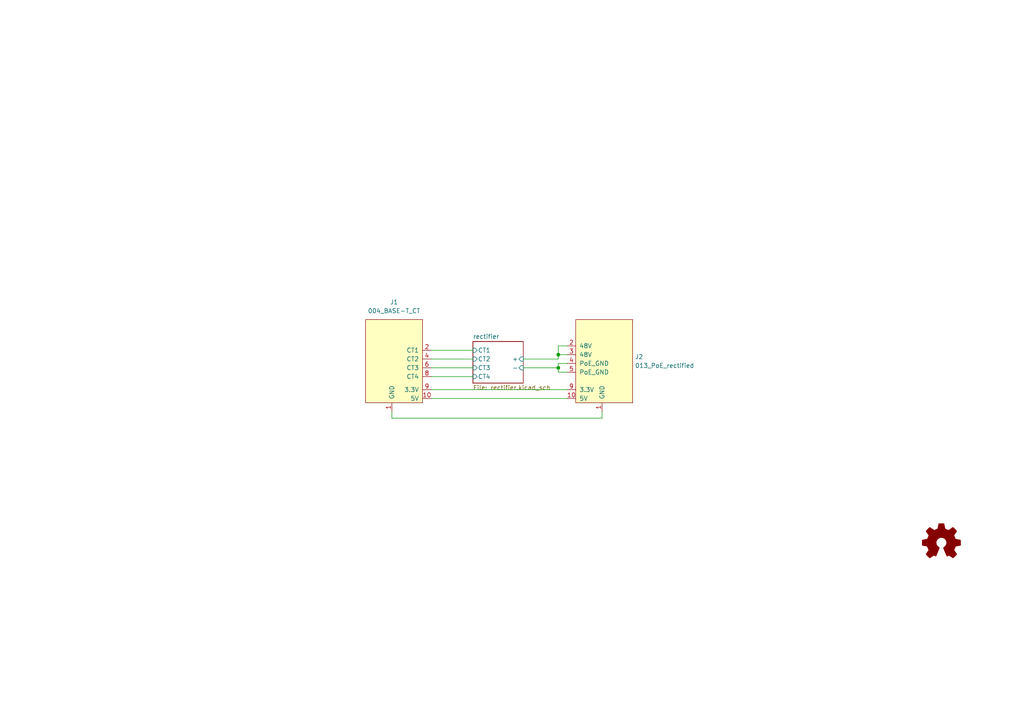
<source format=kicad_sch>
(kicad_sch (version 20230121) (generator eeschema)

  (uuid 57732dd3-1162-4c3f-88bd-31bf473d124d)

  (paper "A4")

  (lib_symbols
    (symbol "Graphic:Logo_Open_Hardware_Small" (pin_names (offset 1.016)) (in_bom yes) (on_board yes)
      (property "Reference" "#LOGO" (at 0 6.985 0)
        (effects (font (size 1.27 1.27)) hide)
      )
      (property "Value" "Logo_Open_Hardware_Small" (at 0 -5.715 0)
        (effects (font (size 1.27 1.27)) hide)
      )
      (property "Footprint" "" (at 0 0 0)
        (effects (font (size 1.27 1.27)) hide)
      )
      (property "Datasheet" "~" (at 0 0 0)
        (effects (font (size 1.27 1.27)) hide)
      )
      (property "ki_keywords" "Logo" (at 0 0 0)
        (effects (font (size 1.27 1.27)) hide)
      )
      (property "ki_description" "Open Hardware logo, small" (at 0 0 0)
        (effects (font (size 1.27 1.27)) hide)
      )
      (symbol "Logo_Open_Hardware_Small_0_1"
        (polyline
          (pts
            (xy 3.3528 -4.3434)
            (xy 3.302 -4.318)
            (xy 3.175 -4.2418)
            (xy 2.9972 -4.1148)
            (xy 2.7686 -3.9624)
            (xy 2.54 -3.81)
            (xy 2.3622 -3.7084)
            (xy 2.2352 -3.6068)
            (xy 2.1844 -3.5814)
            (xy 2.159 -3.6068)
            (xy 2.0574 -3.6576)
            (xy 1.905 -3.7338)
            (xy 1.8034 -3.7846)
            (xy 1.6764 -3.8354)
            (xy 1.6002 -3.8354)
            (xy 1.6002 -3.8354)
            (xy 1.5494 -3.7338)
            (xy 1.4732 -3.5306)
            (xy 1.3462 -3.302)
            (xy 1.2446 -3.0226)
            (xy 1.1176 -2.7178)
            (xy 0.9652 -2.413)
            (xy 0.8636 -2.1082)
            (xy 0.7366 -1.8288)
            (xy 0.6604 -1.6256)
            (xy 0.6096 -1.4732)
            (xy 0.5842 -1.397)
            (xy 0.5842 -1.397)
            (xy 0.6604 -1.3208)
            (xy 0.7874 -1.2446)
            (xy 1.0414 -1.016)
            (xy 1.2954 -0.6858)
            (xy 1.4478 -0.3302)
            (xy 1.524 0.0762)
            (xy 1.4732 0.4572)
            (xy 1.3208 0.8128)
            (xy 1.0668 1.143)
            (xy 0.762 1.3716)
            (xy 0.4064 1.524)
            (xy 0 1.5748)
            (xy -0.381 1.5494)
            (xy -0.7366 1.397)
            (xy -1.0668 1.143)
            (xy -1.2192 0.9906)
            (xy -1.397 0.6604)
            (xy -1.524 0.3048)
            (xy -1.524 0.2286)
            (xy -1.4986 -0.1778)
            (xy -1.397 -0.5334)
            (xy -1.1938 -0.8636)
            (xy -0.9144 -1.143)
            (xy -0.8636 -1.1684)
            (xy -0.7366 -1.27)
            (xy -0.635 -1.3462)
            (xy -0.5842 -1.397)
            (xy -1.0668 -2.5908)
            (xy -1.143 -2.794)
            (xy -1.2954 -3.1242)
            (xy -1.397 -3.4036)
            (xy -1.4986 -3.6322)
            (xy -1.5748 -3.7846)
            (xy -1.6002 -3.8354)
            (xy -1.6002 -3.8354)
            (xy -1.651 -3.8354)
            (xy -1.7272 -3.81)
            (xy -1.905 -3.7338)
            (xy -2.0066 -3.683)
            (xy -2.1336 -3.6068)
            (xy -2.2098 -3.5814)
            (xy -2.2606 -3.6068)
            (xy -2.3622 -3.683)
            (xy -2.54 -3.81)
            (xy -2.7686 -3.9624)
            (xy -2.9718 -4.0894)
            (xy -3.1496 -4.2164)
            (xy -3.302 -4.318)
            (xy -3.3528 -4.3434)
            (xy -3.3782 -4.3434)
            (xy -3.429 -4.318)
            (xy -3.5306 -4.2164)
            (xy -3.7084 -4.064)
            (xy -3.937 -3.8354)
            (xy -3.9624 -3.81)
            (xy -4.1656 -3.6068)
            (xy -4.318 -3.4544)
            (xy -4.4196 -3.3274)
            (xy -4.445 -3.2766)
            (xy -4.445 -3.2766)
            (xy -4.4196 -3.2258)
            (xy -4.318 -3.0734)
            (xy -4.2164 -2.8956)
            (xy -4.064 -2.667)
            (xy -3.6576 -2.0828)
            (xy -3.8862 -1.5494)
            (xy -3.937 -1.3716)
            (xy -4.0386 -1.1684)
            (xy -4.0894 -1.0414)
            (xy -4.1148 -0.9652)
            (xy -4.191 -0.9398)
            (xy -4.318 -0.9144)
            (xy -4.5466 -0.8636)
            (xy -4.8006 -0.8128)
            (xy -5.0546 -0.7874)
            (xy -5.2578 -0.7366)
            (xy -5.4356 -0.7112)
            (xy -5.5118 -0.6858)
            (xy -5.5118 -0.6858)
            (xy -5.5372 -0.635)
            (xy -5.5372 -0.5588)
            (xy -5.5372 -0.4318)
            (xy -5.5626 -0.2286)
            (xy -5.5626 0.0762)
            (xy -5.5626 0.127)
            (xy -5.5372 0.4064)
            (xy -5.5372 0.635)
            (xy -5.5372 0.762)
            (xy -5.5372 0.8382)
            (xy -5.5372 0.8382)
            (xy -5.461 0.8382)
            (xy -5.3086 0.889)
            (xy -5.08 0.9144)
            (xy -4.826 0.9652)
            (xy -4.8006 0.9906)
            (xy -4.5466 1.0414)
            (xy -4.318 1.0668)
            (xy -4.1656 1.1176)
            (xy -4.0894 1.143)
            (xy -4.0894 1.143)
            (xy -4.0386 1.2446)
            (xy -3.9624 1.4224)
            (xy -3.8608 1.6256)
            (xy -3.7846 1.8288)
            (xy -3.7084 2.0066)
            (xy -3.6576 2.159)
            (xy -3.6322 2.2098)
            (xy -3.6322 2.2098)
            (xy -3.683 2.286)
            (xy -3.7592 2.413)
            (xy -3.8862 2.5908)
            (xy -4.064 2.8194)
            (xy -4.064 2.8448)
            (xy -4.2164 3.0734)
            (xy -4.3434 3.2512)
            (xy -4.4196 3.3782)
            (xy -4.445 3.4544)
            (xy -4.445 3.4544)
            (xy -4.3942 3.5052)
            (xy -4.2926 3.6322)
            (xy -4.1148 3.81)
            (xy -3.937 4.0132)
            (xy -3.8608 4.064)
            (xy -3.6576 4.2926)
            (xy -3.5052 4.4196)
            (xy -3.4036 4.4958)
            (xy -3.3528 4.5212)
            (xy -3.3528 4.5212)
            (xy -3.302 4.4704)
            (xy -3.1496 4.3688)
            (xy -2.9718 4.2418)
            (xy -2.7432 4.0894)
            (xy -2.7178 4.0894)
            (xy -2.4892 3.937)
            (xy -2.3114 3.81)
            (xy -2.1844 3.7084)
            (xy -2.1336 3.683)
            (xy -2.1082 3.683)
            (xy -2.032 3.7084)
            (xy -1.8542 3.7592)
            (xy -1.6764 3.8354)
            (xy -1.4732 3.937)
            (xy -1.27 4.0132)
            (xy -1.143 4.064)
            (xy -1.0668 4.1148)
            (xy -1.0668 4.1148)
            (xy -1.0414 4.191)
            (xy -1.016 4.3434)
            (xy -0.9652 4.572)
            (xy -0.9144 4.8514)
            (xy -0.889 4.9022)
            (xy -0.8382 5.1562)
            (xy -0.8128 5.3848)
            (xy -0.7874 5.5372)
            (xy -0.762 5.588)
            (xy -0.7112 5.6134)
            (xy -0.5842 5.6134)
            (xy -0.4064 5.6134)
            (xy -0.1524 5.6134)
            (xy 0.0762 5.6134)
            (xy 0.3302 5.6134)
            (xy 0.5334 5.6134)
            (xy 0.6858 5.588)
            (xy 0.7366 5.588)
            (xy 0.7366 5.588)
            (xy 0.762 5.5118)
            (xy 0.8128 5.334)
            (xy 0.8382 5.1054)
            (xy 0.9144 4.826)
            (xy 0.9144 4.7752)
            (xy 0.9652 4.5212)
            (xy 1.016 4.2926)
            (xy 1.0414 4.1402)
            (xy 1.0668 4.0894)
            (xy 1.0668 4.0894)
            (xy 1.1938 4.0386)
            (xy 1.3716 3.9624)
            (xy 1.5748 3.8608)
            (xy 2.0828 3.6576)
            (xy 2.7178 4.0894)
            (xy 2.7686 4.1402)
            (xy 2.9972 4.2926)
            (xy 3.175 4.4196)
            (xy 3.302 4.4958)
            (xy 3.3782 4.5212)
            (xy 3.3782 4.5212)
            (xy 3.429 4.4704)
            (xy 3.556 4.3434)
            (xy 3.7338 4.191)
            (xy 3.9116 3.9878)
            (xy 4.064 3.8354)
            (xy 4.2418 3.6576)
            (xy 4.3434 3.556)
            (xy 4.4196 3.4798)
            (xy 4.4196 3.429)
            (xy 4.4196 3.4036)
            (xy 4.3942 3.3274)
            (xy 4.2926 3.2004)
            (xy 4.1656 2.9972)
            (xy 4.0132 2.794)
            (xy 3.8862 2.5908)
            (xy 3.7592 2.3876)
            (xy 3.6576 2.2352)
            (xy 3.6322 2.159)
            (xy 3.6322 2.1336)
            (xy 3.683 2.0066)
            (xy 3.7592 1.8288)
            (xy 3.8608 1.6002)
            (xy 4.064 1.1176)
            (xy 4.3942 1.0414)
            (xy 4.5974 1.016)
            (xy 4.8768 0.9652)
            (xy 5.1308 0.9144)
            (xy 5.5372 0.8382)
            (xy 5.5626 -0.6604)
            (xy 5.4864 -0.6858)
            (xy 5.4356 -0.6858)
            (xy 5.2832 -0.7366)
            (xy 5.0546 -0.762)
            (xy 4.8006 -0.8128)
            (xy 4.5974 -0.8636)
            (xy 4.3688 -0.9144)
            (xy 4.2164 -0.9398)
            (xy 4.1402 -0.9398)
            (xy 4.1148 -0.9652)
            (xy 4.064 -1.0668)
            (xy 3.9878 -1.2446)
            (xy 3.9116 -1.4478)
            (xy 3.81 -1.651)
            (xy 3.7338 -1.8542)
            (xy 3.683 -2.0066)
            (xy 3.6576 -2.0828)
            (xy 3.683 -2.1336)
            (xy 3.7846 -2.2606)
            (xy 3.8862 -2.4638)
            (xy 4.0386 -2.667)
            (xy 4.191 -2.8956)
            (xy 4.318 -3.0734)
            (xy 4.3942 -3.2004)
            (xy 4.445 -3.2766)
            (xy 4.4196 -3.3274)
            (xy 4.3434 -3.429)
            (xy 4.1656 -3.5814)
            (xy 3.937 -3.8354)
            (xy 3.8862 -3.8608)
            (xy 3.683 -4.064)
            (xy 3.5306 -4.2164)
            (xy 3.4036 -4.318)
            (xy 3.3528 -4.3434)
          )
          (stroke (width 0) (type default))
          (fill (type outline))
        )
      )
    )
    (symbol "put_on_edge:004_BASE-T_CT" (pin_names (offset 1.016)) (in_bom yes) (on_board yes)
      (property "Reference" "J" (at -2.54 13.97 0)
        (effects (font (size 1.27 1.27)))
      )
      (property "Value" "004_BASE-T_CT" (at 8.89 13.97 0)
        (effects (font (size 1.27 1.27)))
      )
      (property "Footprint" "" (at 7.62 16.51 0)
        (effects (font (size 1.27 1.27)) hide)
      )
      (property "Datasheet" "" (at 7.62 16.51 0)
        (effects (font (size 1.27 1.27)) hide)
      )
      (symbol "004_BASE-T_CT_0_1"
        (rectangle (start -8.89 12.7) (end 7.62 -11.43)
          (stroke (width 0) (type default))
          (fill (type background))
        )
      )
      (symbol "004_BASE-T_CT_1_1"
        (pin power_in line (at 0 -13.97 90) (length 2.54)
          (name "GND" (effects (font (size 1.27 1.27))))
          (number "1" (effects (font (size 1.27 1.27))))
        )
        (pin power_in line (at -11.43 -10.16 0) (length 2.54)
          (name "5V" (effects (font (size 1.27 1.27))))
          (number "10" (effects (font (size 1.27 1.27))))
        )
        (pin bidirectional line (at -11.43 3.81 0) (length 2.54)
          (name "CT1" (effects (font (size 1.27 1.27))))
          (number "2" (effects (font (size 1.27 1.27))))
        )
        (pin bidirectional line (at -11.43 1.27 0) (length 2.54)
          (name "CT2" (effects (font (size 1.27 1.27))))
          (number "4" (effects (font (size 1.27 1.27))))
        )
        (pin bidirectional line (at -11.43 -1.27 0) (length 2.54)
          (name "CT3" (effects (font (size 1.27 1.27))))
          (number "6" (effects (font (size 1.27 1.27))))
        )
        (pin bidirectional line (at -11.43 -3.81 0) (length 2.54)
          (name "CT4" (effects (font (size 1.27 1.27))))
          (number "8" (effects (font (size 1.27 1.27))))
        )
        (pin power_in line (at -11.43 -7.62 0) (length 2.54)
          (name "3.3V" (effects (font (size 1.27 1.27))))
          (number "9" (effects (font (size 1.27 1.27))))
        )
      )
    )
    (symbol "put_on_edge:013_PoE_rectified" (pin_names (offset 1.016)) (in_bom yes) (on_board yes)
      (property "Reference" "J" (at -2.54 13.97 0)
        (effects (font (size 1.27 1.27)))
      )
      (property "Value" "013_PoE_rectified" (at 8.89 13.97 0)
        (effects (font (size 1.27 1.27)))
      )
      (property "Footprint" "" (at 7.62 16.51 0)
        (effects (font (size 1.27 1.27)) hide)
      )
      (property "Datasheet" "" (at 7.62 16.51 0)
        (effects (font (size 1.27 1.27)) hide)
      )
      (symbol "013_PoE_rectified_0_1"
        (rectangle (start -8.89 12.7) (end 7.62 -11.43)
          (stroke (width 0) (type default))
          (fill (type background))
        )
      )
      (symbol "013_PoE_rectified_1_1"
        (pin power_in line (at -1.27 -13.97 90) (length 2.54)
          (name "GND" (effects (font (size 1.27 1.27))))
          (number "1" (effects (font (size 1.27 1.27))))
        )
        (pin power_in line (at -11.43 -10.16 0) (length 2.54)
          (name "5V" (effects (font (size 1.27 1.27))))
          (number "10" (effects (font (size 1.27 1.27))))
        )
        (pin bidirectional line (at -11.43 5.08 0) (length 2.54)
          (name "48V" (effects (font (size 1.27 1.27))))
          (number "2" (effects (font (size 1.27 1.27))))
        )
        (pin bidirectional line (at -11.43 2.54 0) (length 2.54)
          (name "48V" (effects (font (size 1.27 1.27))))
          (number "3" (effects (font (size 1.27 1.27))))
        )
        (pin power_in line (at -11.43 0 0) (length 2.54)
          (name "PoE_GND" (effects (font (size 1.27 1.27))))
          (number "4" (effects (font (size 1.27 1.27))))
        )
        (pin power_in line (at -11.43 -2.54 0) (length 2.54)
          (name "PoE_GND" (effects (font (size 1.27 1.27))))
          (number "5" (effects (font (size 1.27 1.27))))
        )
        (pin power_in line (at -11.43 -7.62 0) (length 2.54)
          (name "3.3V" (effects (font (size 1.27 1.27))))
          (number "9" (effects (font (size 1.27 1.27))))
        )
      )
    )
  )

  (junction (at 161.925 102.87) (diameter 0) (color 0 0 0 0)
    (uuid 6069f752-0dd1-4ba9-98c2-b49223a0d6ab)
  )
  (junction (at 161.925 106.68) (diameter 0) (color 0 0 0 0)
    (uuid c787c544-9e62-46b7-910a-cb697d3515b7)
  )

  (wire (pts (xy 161.925 105.41) (xy 164.465 105.41))
    (stroke (width 0) (type default))
    (uuid 17857c22-e4cf-4af4-bfa5-ae952f97864f)
  )
  (wire (pts (xy 151.765 104.14) (xy 161.925 104.14))
    (stroke (width 0) (type default))
    (uuid 1da6bf6e-86fc-4198-b581-ab4a9594c5f1)
  )
  (wire (pts (xy 113.665 119.38) (xy 113.665 121.285))
    (stroke (width 0) (type default))
    (uuid 2cbf0f00-e80a-4278-8c73-6c458efb63eb)
  )
  (wire (pts (xy 161.925 102.87) (xy 164.465 102.87))
    (stroke (width 0) (type default))
    (uuid 396ce29f-67bb-47a0-9507-3f8ce58d7663)
  )
  (wire (pts (xy 125.095 109.22) (xy 137.16 109.22))
    (stroke (width 0) (type default))
    (uuid 3a1dc5fa-d9e8-469c-8dd6-2832d30373ac)
  )
  (wire (pts (xy 125.095 115.57) (xy 164.465 115.57))
    (stroke (width 0) (type default))
    (uuid 4d4747b5-2dde-4305-9153-85b32750f750)
  )
  (wire (pts (xy 161.925 107.95) (xy 161.925 106.68))
    (stroke (width 0) (type default))
    (uuid 50038b41-51fe-40a9-8ab2-9469b6635034)
  )
  (wire (pts (xy 125.095 106.68) (xy 137.16 106.68))
    (stroke (width 0) (type default))
    (uuid 6b248f38-6902-4298-8aae-018b7a276284)
  )
  (wire (pts (xy 161.925 104.14) (xy 161.925 102.87))
    (stroke (width 0) (type default))
    (uuid 733d4b61-cb52-4040-a7b8-610fc3ee7772)
  )
  (wire (pts (xy 161.925 100.33) (xy 164.465 100.33))
    (stroke (width 0) (type default))
    (uuid 90897945-a0d6-4104-8ee5-4eafcc043d72)
  )
  (wire (pts (xy 151.765 106.68) (xy 161.925 106.68))
    (stroke (width 0) (type default))
    (uuid 99af8ed0-712f-441b-a0e8-fb5da1e2919d)
  )
  (wire (pts (xy 113.665 121.285) (xy 174.625 121.285))
    (stroke (width 0) (type default))
    (uuid afa247e1-8030-4d9d-ad55-70068c2b413b)
  )
  (wire (pts (xy 161.925 106.68) (xy 161.925 105.41))
    (stroke (width 0) (type default))
    (uuid b4bc9b4d-7a0d-42b1-881d-81fc5c8feac4)
  )
  (wire (pts (xy 125.095 113.03) (xy 164.465 113.03))
    (stroke (width 0) (type default))
    (uuid c1ad3003-63c2-445a-93bb-c0c3f628c04e)
  )
  (wire (pts (xy 161.925 102.87) (xy 161.925 100.33))
    (stroke (width 0) (type default))
    (uuid c6aeb33e-93f6-487a-aec3-0852360a483e)
  )
  (wire (pts (xy 125.095 101.6) (xy 137.16 101.6))
    (stroke (width 0) (type default))
    (uuid cb0ef54a-c92e-4c5b-a2c6-d5f69783837a)
  )
  (wire (pts (xy 174.625 121.285) (xy 174.625 119.38))
    (stroke (width 0) (type default))
    (uuid cff2f64c-a763-4aba-9950-0f6b7ca2853c)
  )
  (wire (pts (xy 125.095 104.14) (xy 137.16 104.14))
    (stroke (width 0) (type default))
    (uuid dba7f738-1964-4a7f-b70e-48abe153ca44)
  )
  (wire (pts (xy 164.465 107.95) (xy 161.925 107.95))
    (stroke (width 0) (type default))
    (uuid e7d12062-144e-46b0-b077-84d65c6267b9)
  )

  (symbol (lib_id "put_on_edge:013_PoE_rectified") (at 175.895 105.41 0) (unit 1)
    (in_bom yes) (on_board yes) (dnp no) (fields_autoplaced)
    (uuid a3b71ed6-dafd-4558-8716-5a784c892b33)
    (property "Reference" "J2" (at 184.15 103.5049 0)
      (effects (font (size 1.27 1.27)) (justify left))
    )
    (property "Value" "013_PoE_rectified" (at 184.15 106.0449 0)
      (effects (font (size 1.27 1.27)) (justify left))
    )
    (property "Footprint" "on_edge:on_edge_2x05_host" (at 183.515 88.9 0)
      (effects (font (size 1.27 1.27)) hide)
    )
    (property "Datasheet" "" (at 183.515 88.9 0)
      (effects (font (size 1.27 1.27)) hide)
    )
    (pin "1" (uuid 0fb06fbc-32a9-4fc8-837b-245f730d547b))
    (pin "10" (uuid 8e465513-6d11-42c8-bb5a-65143f0806a9))
    (pin "2" (uuid 17f0262d-caaa-41d1-83a2-ebcfbd13d18b))
    (pin "3" (uuid 3765bf68-3f1f-4f82-b241-a169aa666769))
    (pin "4" (uuid c66724be-d3f0-46fd-afef-ead4c4848721))
    (pin "5" (uuid 7b9194cc-84ee-439a-a19f-1f5b03e447f1))
    (pin "9" (uuid 6fc3c359-52f7-4bce-8e1a-059578e10760))
    (instances
      (project "board"
        (path "/57732dd3-1162-4c3f-88bd-31bf473d124d"
          (reference "J2") (unit 1)
        )
      )
    )
  )

  (symbol (lib_id "Graphic:Logo_Open_Hardware_Small") (at 273.05 157.48 0) (unit 1)
    (in_bom yes) (on_board yes) (dnp no) (fields_autoplaced)
    (uuid b72b6f4a-7489-40f2-bb90-d75ae01aa368)
    (property "Reference" "LOGO1" (at 273.05 150.495 0)
      (effects (font (size 1.27 1.27)) hide)
    )
    (property "Value" "Logo_Open_Hardware_Small" (at 273.05 163.195 0)
      (effects (font (size 1.27 1.27)) hide)
    )
    (property "Footprint" "Symbol:OSHW-Symbol_6.7x6mm_SilkScreen" (at 273.05 157.48 0)
      (effects (font (size 1.27 1.27)) hide)
    )
    (property "Datasheet" "~" (at 273.05 157.48 0)
      (effects (font (size 1.27 1.27)) hide)
    )
    (instances
      (project "board"
        (path "/57732dd3-1162-4c3f-88bd-31bf473d124d"
          (reference "LOGO1") (unit 1)
        )
      )
    )
  )

  (symbol (lib_id "put_on_edge:004_BASE-T_CT") (at 113.665 105.41 0) (mirror y) (unit 1)
    (in_bom yes) (on_board yes) (dnp no) (fields_autoplaced)
    (uuid c3a0a857-3c94-496c-9d02-e468b20f5c1e)
    (property "Reference" "J1" (at 114.3 87.63 0)
      (effects (font (size 1.27 1.27)))
    )
    (property "Value" "004_BASE-T_CT" (at 114.3 90.17 0)
      (effects (font (size 1.27 1.27)))
    )
    (property "Footprint" "on_edge:on_edge_2x05_device" (at 106.045 88.9 0)
      (effects (font (size 1.27 1.27)) hide)
    )
    (property "Datasheet" "" (at 106.045 88.9 0)
      (effects (font (size 1.27 1.27)) hide)
    )
    (pin "1" (uuid cb45916e-ac8b-47c8-8525-e73d36490045))
    (pin "10" (uuid 066906c5-79d3-4db8-8ee7-9765c85bf7c1))
    (pin "2" (uuid 8a7e627e-e417-4a88-b285-5ae72056e5c4))
    (pin "4" (uuid ad4d05dc-8177-47a9-b299-ac347e56aff6))
    (pin "6" (uuid 3cd7efe4-fc44-4799-867e-6d026c1ec079))
    (pin "8" (uuid 4a987689-7f55-4bad-ba80-dc8801def97b))
    (pin "9" (uuid 40e0e5a3-3b14-4f77-af93-7418466e40b4))
    (instances
      (project "board"
        (path "/57732dd3-1162-4c3f-88bd-31bf473d124d"
          (reference "J1") (unit 1)
        )
      )
    )
  )

  (sheet (at 137.16 99.06) (size 14.605 12.065) (fields_autoplaced)
    (stroke (width 0.1524) (type solid))
    (fill (color 0 0 0 0.0000))
    (uuid 767ce4c6-0e55-4543-92f0-34cb8237a544)
    (property "Sheetname" "rectifier" (at 137.16 98.3484 0)
      (effects (font (size 1.27 1.27)) (justify left bottom))
    )
    (property "Sheetfile" "rectifier.kicad_sch" (at 137.16 111.7096 0)
      (effects (font (size 1.27 1.27)) (justify left top))
    )
    (pin "CT2" input (at 137.16 104.14 180)
      (effects (font (size 1.27 1.27)) (justify left))
      (uuid 51bc2d56-8121-4be2-951b-ccc4b49733cf)
    )
    (pin "CT3" input (at 137.16 106.68 180)
      (effects (font (size 1.27 1.27)) (justify left))
      (uuid a09e4f86-0911-44bf-8809-f560c3044292)
    )
    (pin "+" input (at 151.765 104.14 0)
      (effects (font (size 1.27 1.27)) (justify right))
      (uuid c3532f64-92df-491f-932b-883a0e325c17)
    )
    (pin "CT4" input (at 137.16 109.22 180)
      (effects (font (size 1.27 1.27)) (justify left))
      (uuid 28ace828-1364-4ce5-8808-4be74cc67b22)
    )
    (pin "CT1" input (at 137.16 101.6 180)
      (effects (font (size 1.27 1.27)) (justify left))
      (uuid 27b3a732-0bad-4c17-b9c2-1b0be5a558c3)
    )
    (pin "-" input (at 151.765 106.68 0)
      (effects (font (size 1.27 1.27)) (justify right))
      (uuid 8ee11a88-60a1-416e-ada5-ae5d5d64ff2c)
    )
    (instances
      (project "board"
        (path "/57732dd3-1162-4c3f-88bd-31bf473d124d" (page "2"))
      )
    )
  )

  (sheet_instances
    (path "/" (page "1"))
  )
)

</source>
